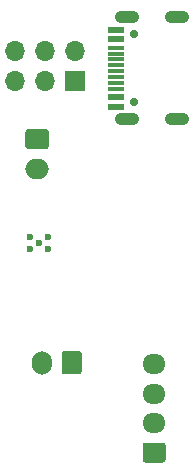
<source format=gbr>
%TF.GenerationSoftware,KiCad,Pcbnew,5.1.9-73d0e3b20d~88~ubuntu18.04.1*%
%TF.CreationDate,2021-02-25T17:56:51+01:00*%
%TF.ProjectId,climate_control,636c696d-6174-4655-9f63-6f6e74726f6c,rev?*%
%TF.SameCoordinates,Original*%
%TF.FileFunction,Soldermask,Bot*%
%TF.FilePolarity,Negative*%
%FSLAX46Y46*%
G04 Gerber Fmt 4.6, Leading zero omitted, Abs format (unit mm)*
G04 Created by KiCad (PCBNEW 5.1.9-73d0e3b20d~88~ubuntu18.04.1) date 2021-02-25 17:56:51*
%MOMM*%
%LPD*%
G01*
G04 APERTURE LIST*
%ADD10O,1.950000X1.700000*%
%ADD11C,0.600000*%
%ADD12O,1.700000X2.000000*%
%ADD13O,2.000000X1.700000*%
%ADD14C,0.700000*%
%ADD15O,2.100000X1.050000*%
%ADD16R,1.450000X0.600000*%
%ADD17R,1.450000X0.300000*%
%ADD18R,1.700000X1.700000*%
%ADD19O,1.700000X1.700000*%
G04 APERTURE END LIST*
%TO.C,J1*%
G36*
G01*
X114644000Y-153758000D02*
X113194000Y-153758000D01*
G75*
G02*
X112944000Y-153508000I0J250000D01*
G01*
X112944000Y-152308000D01*
G75*
G02*
X113194000Y-152058000I250000J0D01*
G01*
X114644000Y-152058000D01*
G75*
G02*
X114894000Y-152308000I0J-250000D01*
G01*
X114894000Y-153508000D01*
G75*
G02*
X114644000Y-153758000I-250000J0D01*
G01*
G37*
D10*
X113919000Y-150408000D03*
X113919000Y-147908000D03*
X113919000Y-145408000D03*
%TD*%
D11*
%TO.C,U4*%
X103390000Y-135628000D03*
X104140000Y-135128000D03*
X104890000Y-135628000D03*
X104890000Y-134628000D03*
X103390000Y-134628000D03*
%TD*%
D12*
%TO.C,J2*%
X104434000Y-145288000D03*
G36*
G01*
X107784000Y-144538000D02*
X107784000Y-146038000D01*
G75*
G02*
X107534000Y-146288000I-250000J0D01*
G01*
X106334000Y-146288000D01*
G75*
G02*
X106084000Y-146038000I0J250000D01*
G01*
X106084000Y-144538000D01*
G75*
G02*
X106334000Y-144288000I250000J0D01*
G01*
X107534000Y-144288000D01*
G75*
G02*
X107784000Y-144538000I0J-250000D01*
G01*
G37*
%TD*%
%TO.C,J4*%
G36*
G01*
X103263000Y-125515000D02*
X104763000Y-125515000D01*
G75*
G02*
X105013000Y-125765000I0J-250000D01*
G01*
X105013000Y-126965000D01*
G75*
G02*
X104763000Y-127215000I-250000J0D01*
G01*
X103263000Y-127215000D01*
G75*
G02*
X103013000Y-126965000I0J250000D01*
G01*
X103013000Y-125765000D01*
G75*
G02*
X103263000Y-125515000I250000J0D01*
G01*
G37*
D13*
X104013000Y-128865000D03*
%TD*%
D14*
%TO.C,J3*%
X112174000Y-123254000D03*
X112174000Y-117474000D03*
D15*
X115824000Y-124684000D03*
X115824000Y-116044000D03*
X111644000Y-124684000D03*
X111644000Y-116044000D03*
D16*
X110729000Y-123614000D03*
X110729000Y-122814000D03*
D17*
X110729000Y-122114000D03*
X110729000Y-121614000D03*
X110729000Y-121114000D03*
X110729000Y-120614000D03*
X110729000Y-118614000D03*
X110729000Y-119114000D03*
X110729000Y-119614000D03*
X110729000Y-120114000D03*
D16*
X110729000Y-117914000D03*
X110729000Y-117114000D03*
%TD*%
D18*
%TO.C,J5*%
X107188000Y-121412000D03*
D19*
X107188000Y-118872000D03*
X104648000Y-121412000D03*
X104648000Y-118872000D03*
X102108000Y-121412000D03*
X102108000Y-118872000D03*
%TD*%
M02*

</source>
